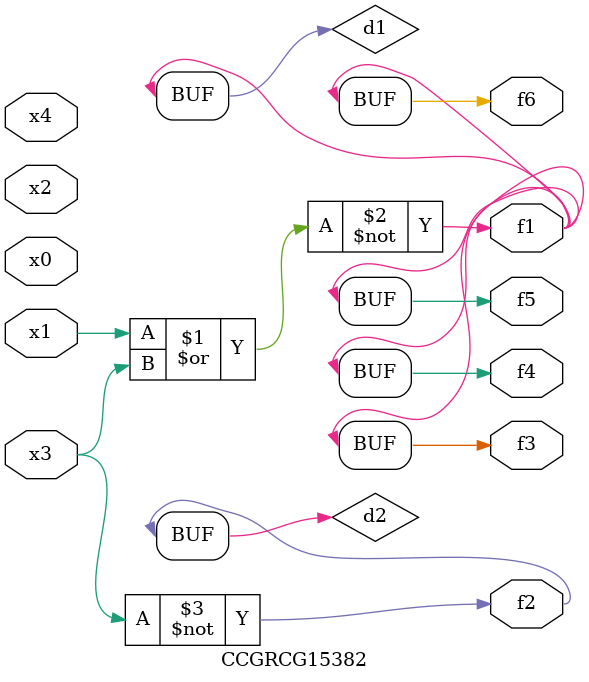
<source format=v>
module CCGRCG15382(
	input x0, x1, x2, x3, x4,
	output f1, f2, f3, f4, f5, f6
);

	wire d1, d2;

	nor (d1, x1, x3);
	not (d2, x3);
	assign f1 = d1;
	assign f2 = d2;
	assign f3 = d1;
	assign f4 = d1;
	assign f5 = d1;
	assign f6 = d1;
endmodule

</source>
